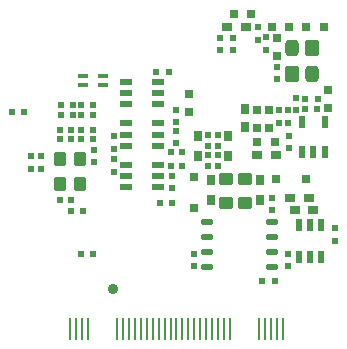
<source format=gbp>
G04*
G04 #@! TF.GenerationSoftware,Altium Limited,Altium Designer,24.9.1 (31)*
G04*
G04 Layer_Color=128*
%FSLAX43Y43*%
%MOMM*%
G71*
G04*
G04 #@! TF.SameCoordinates,966C214A-C48B-4C11-AD4A-F44F92C35951*
G04*
G04*
G04 #@! TF.FilePolarity,Positive*
G04*
G01*
G75*
G04:AMPARAMS|DCode=16|XSize=0.472mm|YSize=0.572mm|CornerRadius=0.048mm|HoleSize=0mm|Usage=FLASHONLY|Rotation=270.000|XOffset=0mm|YOffset=0mm|HoleType=Round|Shape=RoundedRectangle|*
%AMROUNDEDRECTD16*
21,1,0.472,0.475,0,0,270.0*
21,1,0.375,0.572,0,0,270.0*
1,1,0.097,-0.238,-0.188*
1,1,0.097,-0.238,0.188*
1,1,0.097,0.238,0.188*
1,1,0.097,0.238,-0.188*
%
%ADD16ROUNDEDRECTD16*%
G04:AMPARAMS|DCode=17|XSize=0.472mm|YSize=0.572mm|CornerRadius=0.048mm|HoleSize=0mm|Usage=FLASHONLY|Rotation=0.000|XOffset=0mm|YOffset=0mm|HoleType=Round|Shape=RoundedRectangle|*
%AMROUNDEDRECTD17*
21,1,0.472,0.475,0,0,0.0*
21,1,0.375,0.572,0,0,0.0*
1,1,0.097,0.188,-0.238*
1,1,0.097,-0.188,-0.238*
1,1,0.097,-0.188,0.238*
1,1,0.097,0.188,0.238*
%
%ADD17ROUNDEDRECTD17*%
G04:AMPARAMS|DCode=18|XSize=0.76mm|YSize=0.71mm|CornerRadius=0.074mm|HoleSize=0mm|Usage=FLASHONLY|Rotation=0.000|XOffset=0mm|YOffset=0mm|HoleType=Round|Shape=RoundedRectangle|*
%AMROUNDEDRECTD18*
21,1,0.760,0.563,0,0,0.0*
21,1,0.613,0.710,0,0,0.0*
1,1,0.148,0.306,-0.281*
1,1,0.148,-0.306,-0.281*
1,1,0.148,-0.306,0.281*
1,1,0.148,0.306,0.281*
%
%ADD18ROUNDEDRECTD18*%
G04:AMPARAMS|DCode=19|XSize=0.86mm|YSize=0.66mm|CornerRadius=0.067mm|HoleSize=0mm|Usage=FLASHONLY|Rotation=0.000|XOffset=0mm|YOffset=0mm|HoleType=Round|Shape=RoundedRectangle|*
%AMROUNDEDRECTD19*
21,1,0.860,0.525,0,0,0.0*
21,1,0.725,0.660,0,0,0.0*
1,1,0.135,0.363,-0.263*
1,1,0.135,-0.363,-0.263*
1,1,0.135,-0.363,0.263*
1,1,0.135,0.363,0.263*
%
%ADD19ROUNDEDRECTD19*%
G04:AMPARAMS|DCode=24|XSize=0.572mm|YSize=0.472mm|CornerRadius=0.048mm|HoleSize=0mm|Usage=FLASHONLY|Rotation=90.000|XOffset=0mm|YOffset=0mm|HoleType=Round|Shape=RoundedRectangle|*
%AMROUNDEDRECTD24*
21,1,0.572,0.375,0,0,90.0*
21,1,0.475,0.472,0,0,90.0*
1,1,0.097,0.188,0.238*
1,1,0.097,0.188,-0.238*
1,1,0.097,-0.188,-0.238*
1,1,0.097,-0.188,0.238*
%
%ADD24ROUNDEDRECTD24*%
G04:AMPARAMS|DCode=25|XSize=0.572mm|YSize=0.472mm|CornerRadius=0.048mm|HoleSize=0mm|Usage=FLASHONLY|Rotation=0.000|XOffset=0mm|YOffset=0mm|HoleType=Round|Shape=RoundedRectangle|*
%AMROUNDEDRECTD25*
21,1,0.572,0.375,0,0,0.0*
21,1,0.475,0.472,0,0,0.0*
1,1,0.097,0.238,-0.188*
1,1,0.097,-0.238,-0.188*
1,1,0.097,-0.238,0.188*
1,1,0.097,0.238,0.188*
%
%ADD25ROUNDEDRECTD25*%
G04:AMPARAMS|DCode=26|XSize=0.76mm|YSize=0.71mm|CornerRadius=0.074mm|HoleSize=0mm|Usage=FLASHONLY|Rotation=90.000|XOffset=0mm|YOffset=0mm|HoleType=Round|Shape=RoundedRectangle|*
%AMROUNDEDRECTD26*
21,1,0.760,0.563,0,0,90.0*
21,1,0.613,0.710,0,0,90.0*
1,1,0.148,0.281,0.306*
1,1,0.148,0.281,-0.306*
1,1,0.148,-0.281,-0.306*
1,1,0.148,-0.281,0.306*
%
%ADD26ROUNDEDRECTD26*%
%ADD125C,0.900*%
G04:AMPARAMS|DCode=126|XSize=0.561mm|YSize=0.961mm|CornerRadius=0.056mm|HoleSize=0mm|Usage=FLASHONLY|Rotation=0.000|XOffset=0mm|YOffset=0mm|HoleType=Round|Shape=RoundedRectangle|*
%AMROUNDEDRECTD126*
21,1,0.561,0.850,0,0,0.0*
21,1,0.450,0.961,0,0,0.0*
1,1,0.111,0.225,-0.425*
1,1,0.111,-0.225,-0.425*
1,1,0.111,-0.225,0.425*
1,1,0.111,0.225,0.425*
%
%ADD126ROUNDEDRECTD126*%
G04:AMPARAMS|DCode=127|XSize=0.86mm|YSize=0.66mm|CornerRadius=0.067mm|HoleSize=0mm|Usage=FLASHONLY|Rotation=90.000|XOffset=0mm|YOffset=0mm|HoleType=Round|Shape=RoundedRectangle|*
%AMROUNDEDRECTD127*
21,1,0.860,0.525,0,0,90.0*
21,1,0.725,0.660,0,0,90.0*
1,1,0.135,0.263,0.363*
1,1,0.135,0.263,-0.363*
1,1,0.135,-0.263,-0.363*
1,1,0.135,-0.263,0.363*
%
%ADD127ROUNDEDRECTD127*%
G04:AMPARAMS|DCode=128|XSize=0.943mm|YSize=1.193mm|CornerRadius=0.096mm|HoleSize=0mm|Usage=FLASHONLY|Rotation=270.000|XOffset=0mm|YOffset=0mm|HoleType=Round|Shape=RoundedRectangle|*
%AMROUNDEDRECTD128*
21,1,0.943,1.000,0,0,270.0*
21,1,0.750,1.193,0,0,270.0*
1,1,0.193,-0.500,-0.375*
1,1,0.193,-0.500,0.375*
1,1,0.193,0.500,0.375*
1,1,0.193,0.500,-0.375*
%
%ADD128ROUNDEDRECTD128*%
G04:AMPARAMS|DCode=129|XSize=0.759mm|YSize=0.759mm|CornerRadius=0.079mm|HoleSize=0mm|Usage=FLASHONLY|Rotation=0.000|XOffset=0mm|YOffset=0mm|HoleType=Round|Shape=RoundedRectangle|*
%AMROUNDEDRECTD129*
21,1,0.759,0.600,0,0,0.0*
21,1,0.600,0.759,0,0,0.0*
1,1,0.159,0.300,-0.300*
1,1,0.159,-0.300,-0.300*
1,1,0.159,-0.300,0.300*
1,1,0.159,0.300,0.300*
%
%ADD129ROUNDEDRECTD129*%
G04:AMPARAMS|DCode=130|XSize=0.759mm|YSize=0.759mm|CornerRadius=0.079mm|HoleSize=0mm|Usage=FLASHONLY|Rotation=90.000|XOffset=0mm|YOffset=0mm|HoleType=Round|Shape=RoundedRectangle|*
%AMROUNDEDRECTD130*
21,1,0.759,0.600,0,0,90.0*
21,1,0.600,0.759,0,0,90.0*
1,1,0.159,0.300,0.300*
1,1,0.159,0.300,-0.300*
1,1,0.159,-0.300,-0.300*
1,1,0.159,-0.300,0.300*
%
%ADD130ROUNDEDRECTD130*%
G04:AMPARAMS|DCode=131|XSize=0.561mm|YSize=1.011mm|CornerRadius=0.055mm|HoleSize=0mm|Usage=FLASHONLY|Rotation=270.000|XOffset=0mm|YOffset=0mm|HoleType=Round|Shape=RoundedRectangle|*
%AMROUNDEDRECTD131*
21,1,0.561,0.900,0,0,270.0*
21,1,0.450,1.011,0,0,270.0*
1,1,0.111,-0.450,-0.225*
1,1,0.111,-0.450,0.225*
1,1,0.111,0.450,0.225*
1,1,0.111,0.450,-0.225*
%
%ADD131ROUNDEDRECTD131*%
%ADD132R,0.250X1.900*%
G04:AMPARAMS|DCode=133|XSize=0.561mm|YSize=1.011mm|CornerRadius=0.055mm|HoleSize=0mm|Usage=FLASHONLY|Rotation=180.000|XOffset=0mm|YOffset=0mm|HoleType=Round|Shape=RoundedRectangle|*
%AMROUNDEDRECTD133*
21,1,0.561,0.900,0,0,180.0*
21,1,0.450,1.011,0,0,180.0*
1,1,0.111,-0.225,0.450*
1,1,0.111,0.225,0.450*
1,1,0.111,0.225,-0.450*
1,1,0.111,-0.225,-0.450*
%
%ADD133ROUNDEDRECTD133*%
G04:AMPARAMS|DCode=134|XSize=0.857mm|YSize=0.757mm|CornerRadius=0.078mm|HoleSize=0mm|Usage=FLASHONLY|Rotation=270.000|XOffset=0mm|YOffset=0mm|HoleType=Round|Shape=RoundedRectangle|*
%AMROUNDEDRECTD134*
21,1,0.857,0.600,0,0,270.0*
21,1,0.700,0.757,0,0,270.0*
1,1,0.157,-0.300,-0.350*
1,1,0.157,-0.300,0.350*
1,1,0.157,0.300,0.350*
1,1,0.157,0.300,-0.350*
%
%ADD134ROUNDEDRECTD134*%
G04:AMPARAMS|DCode=135|XSize=1.2mm|YSize=1mm|CornerRadius=0.088mm|HoleSize=0mm|Usage=FLASHONLY|Rotation=270.000|XOffset=0mm|YOffset=0mm|HoleType=Round|Shape=RoundedRectangle|*
%AMROUNDEDRECTD135*
21,1,1.200,0.825,0,0,270.0*
21,1,1.025,1.000,0,0,270.0*
1,1,0.175,-0.413,-0.513*
1,1,0.175,-0.413,0.513*
1,1,0.175,0.413,0.513*
1,1,0.175,0.413,-0.513*
%
%ADD135ROUNDEDRECTD135*%
G04:AMPARAMS|DCode=136|XSize=0.871mm|YSize=0.371mm|CornerRadius=0.086mm|HoleSize=0mm|Usage=FLASHONLY|Rotation=180.000|XOffset=0mm|YOffset=0mm|HoleType=Round|Shape=RoundedRectangle|*
%AMROUNDEDRECTD136*
21,1,0.871,0.200,0,0,180.0*
21,1,0.700,0.371,0,0,180.0*
1,1,0.171,-0.350,0.100*
1,1,0.171,0.350,0.100*
1,1,0.171,0.350,-0.100*
1,1,0.171,-0.350,-0.100*
%
%ADD136ROUNDEDRECTD136*%
G04:AMPARAMS|DCode=137|XSize=0.466mm|YSize=0.966mm|CornerRadius=0.108mm|HoleSize=0mm|Usage=FLASHONLY|Rotation=90.000|XOffset=0mm|YOffset=0mm|HoleType=Round|Shape=RoundedRectangle|*
%AMROUNDEDRECTD137*
21,1,0.466,0.750,0,0,90.0*
21,1,0.250,0.966,0,0,90.0*
1,1,0.216,0.375,0.125*
1,1,0.216,0.375,-0.125*
1,1,0.216,-0.375,-0.125*
1,1,0.216,-0.375,0.125*
%
%ADD137ROUNDEDRECTD137*%
G04:AMPARAMS|DCode=138|XSize=1.334mm|YSize=1.134mm|CornerRadius=0.117mm|HoleSize=0mm|Usage=FLASHONLY|Rotation=90.000|XOffset=0mm|YOffset=0mm|HoleType=Round|Shape=RoundedRectangle|*
%AMROUNDEDRECTD138*
21,1,1.334,0.900,0,0,90.0*
21,1,1.100,1.134,0,0,90.0*
1,1,0.234,0.450,0.550*
1,1,0.234,0.450,-0.550*
1,1,0.234,-0.450,-0.550*
1,1,0.234,-0.450,0.550*
%
%ADD138ROUNDEDRECTD138*%
G04:AMPARAMS|DCode=139|XSize=1.333mm|YSize=1.133mm|CornerRadius=0.267mm|HoleSize=0mm|Usage=FLASHONLY|Rotation=90.000|XOffset=0mm|YOffset=0mm|HoleType=Round|Shape=RoundedRectangle|*
%AMROUNDEDRECTD139*
21,1,1.333,0.600,0,0,90.0*
21,1,0.800,1.133,0,0,90.0*
1,1,0.533,0.300,0.400*
1,1,0.533,0.300,-0.400*
1,1,0.533,-0.300,-0.400*
1,1,0.533,-0.300,0.400*
%
%ADD139ROUNDEDRECTD139*%
D16*
X8500Y-7300D02*
D03*
Y-6300D02*
D03*
X9400Y-22100D02*
D03*
Y-23100D02*
D03*
X8100Y-18400D02*
D03*
Y-17400D02*
D03*
X0Y-10900D02*
D03*
Y-9900D02*
D03*
Y-11700D02*
D03*
Y-12700D02*
D03*
X-7000Y-13300D02*
D03*
Y-14300D02*
D03*
X-400Y-16500D02*
D03*
Y-15500D02*
D03*
X9500Y-13100D02*
D03*
Y-12100D02*
D03*
X10100Y-9900D02*
D03*
Y-8900D02*
D03*
X3500Y-12000D02*
D03*
Y-13000D02*
D03*
X1500Y-22100D02*
D03*
Y-23100D02*
D03*
X4800Y-3800D02*
D03*
Y-4800D02*
D03*
X3700Y-3800D02*
D03*
Y-4800D02*
D03*
X2700Y-13000D02*
D03*
X2700Y-12000D02*
D03*
X3500Y-13700D02*
D03*
Y-14700D02*
D03*
X2700D02*
D03*
X2700Y-13700D02*
D03*
D17*
X-7100Y-22100D02*
D03*
X-8100D02*
D03*
X-7900Y-18500D02*
D03*
X-8900D02*
D03*
X-9900Y-17500D02*
D03*
X-8900D02*
D03*
X-13900Y-10060D02*
D03*
X-12900D02*
D03*
X-9900Y-11600D02*
D03*
X-8900D02*
D03*
X-400Y-17800D02*
D03*
X-1400D02*
D03*
X-7100Y-9500D02*
D03*
X-8100D02*
D03*
X-8800Y-10300D02*
D03*
X-9800D02*
D03*
X-7100Y-12400D02*
D03*
X-8100D02*
D03*
X-7100Y-11600D02*
D03*
X-8100D02*
D03*
Y-10300D02*
D03*
X-7100D02*
D03*
X-9800Y-9500D02*
D03*
X-8800D02*
D03*
X-8900Y-12400D02*
D03*
X-9900D02*
D03*
X11900Y-9800D02*
D03*
X10900D02*
D03*
X500Y-14700D02*
D03*
X-500D02*
D03*
X500Y-13500D02*
D03*
X-500D02*
D03*
D18*
X4850Y-1800D02*
D03*
X6350Y-1800D02*
D03*
X12450Y-2900D02*
D03*
X10950Y-2900D02*
D03*
X8350Y-12600D02*
D03*
X6850Y-12600D02*
D03*
X8050Y-2900D02*
D03*
X9550Y-2900D02*
D03*
D19*
X9600Y-17400D02*
D03*
X11200D02*
D03*
X10000Y-18400D02*
D03*
X11600D02*
D03*
X8400Y-13700D02*
D03*
X6800D02*
D03*
X4300Y-2900D02*
D03*
X5900D02*
D03*
D24*
X6900Y-3950D02*
D03*
X6900Y-2850D02*
D03*
X13400Y-21050D02*
D03*
X13400Y-19950D02*
D03*
X-5300Y-14050D02*
D03*
X-5300Y-15150D02*
D03*
X-11500Y-14950D02*
D03*
X-11500Y-13850D02*
D03*
X-5300Y-12150D02*
D03*
X-5300Y-13250D02*
D03*
X-12300Y-13850D02*
D03*
X-12300Y-14950D02*
D03*
X9400Y-11050D02*
D03*
X9400Y-9950D02*
D03*
X8700Y-11050D02*
D03*
X8700Y-9950D02*
D03*
X7600Y-3750D02*
D03*
X7600Y-4850D02*
D03*
D25*
X-1750Y-6700D02*
D03*
X-650Y-6700D02*
D03*
X10850Y-9000D02*
D03*
X11950Y-9000D02*
D03*
X8350Y-24400D02*
D03*
X7250Y-24400D02*
D03*
D26*
X6800Y-9950D02*
D03*
X6800Y-11450D02*
D03*
X1100Y-10050D02*
D03*
X1100Y-8550D02*
D03*
X7800Y-11450D02*
D03*
X7800Y-9950D02*
D03*
X12800Y-8250D02*
D03*
X12800Y-9750D02*
D03*
X8500Y-5350D02*
D03*
X8500Y-3850D02*
D03*
D125*
X-5400Y-25100D02*
D03*
D126*
X12550Y-10900D02*
D03*
Y-13500D02*
D03*
X10650Y-10900D02*
D03*
Y-13500D02*
D03*
X11600Y-13500D02*
D03*
D127*
X5800Y-9800D02*
D03*
Y-11400D02*
D03*
D128*
X4200Y-17800D02*
D03*
Y-15800D02*
D03*
X5800Y-17800D02*
D03*
Y-15800D02*
D03*
D129*
X8400Y-15800D02*
D03*
X11000D02*
D03*
D130*
X1500Y-15600D02*
D03*
Y-18200D02*
D03*
D131*
X-4250Y-7550D02*
D03*
Y-8500D02*
D03*
Y-9450D02*
D03*
X-1550D02*
D03*
Y-7550D02*
D03*
Y-8500D02*
D03*
X-1550Y-12950D02*
D03*
Y-12000D02*
D03*
Y-11050D02*
D03*
X-4250D02*
D03*
Y-12950D02*
D03*
Y-12000D02*
D03*
Y-15500D02*
D03*
Y-16450D02*
D03*
Y-14550D02*
D03*
X-1550D02*
D03*
Y-15500D02*
D03*
Y-16450D02*
D03*
D132*
X2000Y-28500D02*
D03*
X2500D02*
D03*
X3000D02*
D03*
X3500D02*
D03*
X-9000D02*
D03*
X-8500D02*
D03*
X-8000D02*
D03*
X-7500D02*
D03*
X-5000D02*
D03*
X-4500D02*
D03*
X-4000D02*
D03*
X-3500D02*
D03*
X-3000D02*
D03*
X-2500D02*
D03*
X-2000D02*
D03*
X-1500D02*
D03*
X-1000D02*
D03*
X-500D02*
D03*
X0D02*
D03*
X500D02*
D03*
X1000D02*
D03*
X8500D02*
D03*
X4500D02*
D03*
X4000D02*
D03*
X9000D02*
D03*
X8000D02*
D03*
X1500D02*
D03*
X7500D02*
D03*
X7000D02*
D03*
D133*
X12250Y-19650D02*
D03*
X11300D02*
D03*
X10350D02*
D03*
Y-22350D02*
D03*
X12250D02*
D03*
X11300D02*
D03*
D134*
X2900Y-17550D02*
D03*
X2900Y-15850D02*
D03*
X7100D02*
D03*
X7100Y-17550D02*
D03*
X4400Y-12150D02*
D03*
Y-13850D02*
D03*
X1800Y-13850D02*
D03*
X1800Y-12150D02*
D03*
D135*
X-9825Y-14050D02*
D03*
X-9825Y-16150D02*
D03*
X-8175D02*
D03*
Y-14050D02*
D03*
D136*
X-6250Y-7800D02*
D03*
X-7950D02*
D03*
Y-7000D02*
D03*
X-6250D02*
D03*
D137*
X2600Y-23170D02*
D03*
X2600Y-21900D02*
D03*
X2600Y-20630D02*
D03*
Y-19360D02*
D03*
X8100Y-19360D02*
D03*
Y-20630D02*
D03*
Y-21900D02*
D03*
Y-23170D02*
D03*
D138*
X11450Y-4700D02*
D03*
X9750Y-6900D02*
D03*
D139*
X11450D02*
D03*
X9750Y-4700D02*
D03*
M02*

</source>
